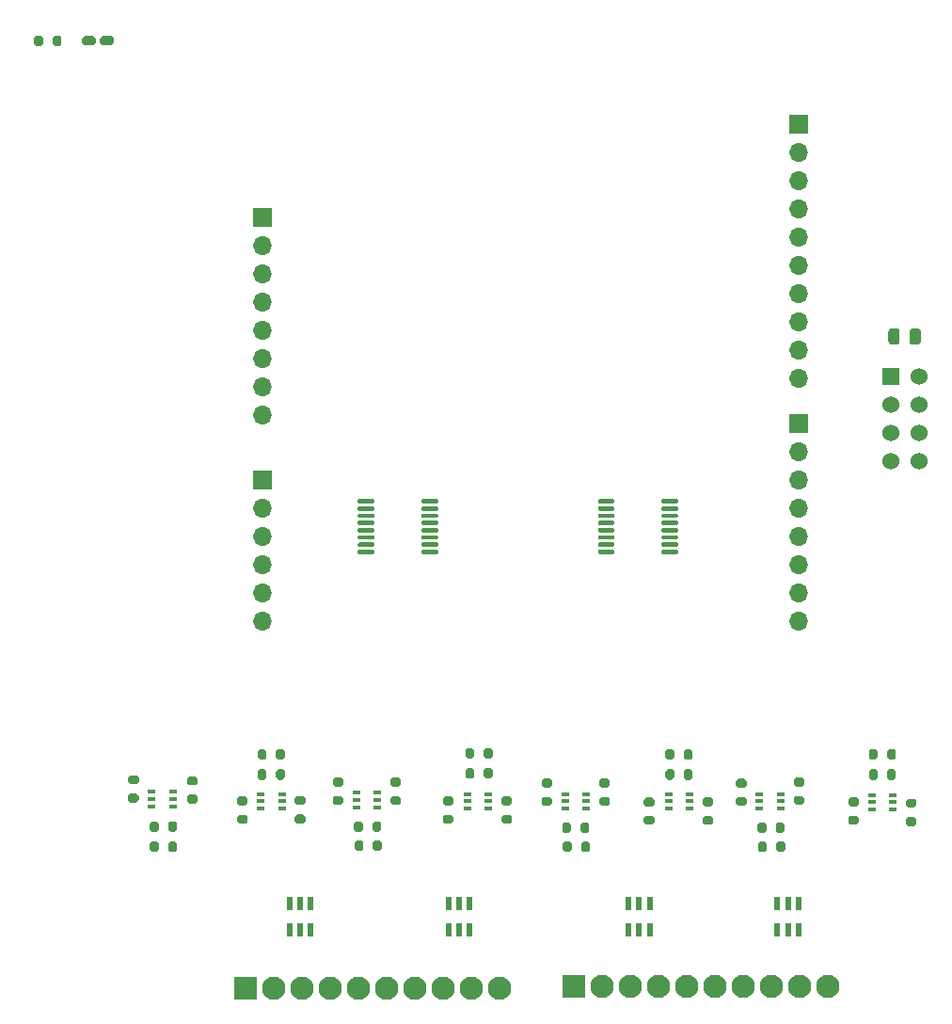
<source format=gts>
G04 #@! TF.GenerationSoftware,KiCad,Pcbnew,5.1.10-88a1d61d58~90~ubuntu20.04.1*
G04 #@! TF.CreationDate,2021-09-14T19:28:04-05:00*
G04 #@! TF.ProjectId,serial_logger_uart_expander,73657269-616c-45f6-9c6f-676765725f75,rev?*
G04 #@! TF.SameCoordinates,Original*
G04 #@! TF.FileFunction,Soldermask,Top*
G04 #@! TF.FilePolarity,Negative*
%FSLAX46Y46*%
G04 Gerber Fmt 4.6, Leading zero omitted, Abs format (unit mm)*
G04 Created by KiCad (PCBNEW 5.1.10-88a1d61d58~90~ubuntu20.04.1) date 2021-09-14 19:28:04*
%MOMM*%
%LPD*%
G01*
G04 APERTURE LIST*
%ADD10R,1.700000X1.700000*%
%ADD11O,1.700000X1.700000*%
%ADD12C,2.100000*%
%ADD13R,2.100000X2.100000*%
%ADD14R,0.600000X1.200000*%
%ADD15R,0.650000X0.400000*%
%ADD16R,1.524000X1.524000*%
%ADD17C,1.524000*%
G04 APERTURE END LIST*
G36*
G01*
X112575000Y-54012500D02*
X112575000Y-53587500D01*
G75*
G02*
X112787500Y-53375000I212500J0D01*
G01*
X113587500Y-53375000D01*
G75*
G02*
X113800000Y-53587500I0J-212500D01*
G01*
X113800000Y-54012500D01*
G75*
G02*
X113587500Y-54225000I-212500J0D01*
G01*
X112787500Y-54225000D01*
G75*
G02*
X112575000Y-54012500I0J212500D01*
G01*
G37*
G36*
G01*
X114200000Y-54012500D02*
X114200000Y-53587500D01*
G75*
G02*
X114412500Y-53375000I212500J0D01*
G01*
X115212500Y-53375000D01*
G75*
G02*
X115425000Y-53587500I0J-212500D01*
G01*
X115425000Y-54012500D01*
G75*
G02*
X115212500Y-54225000I-212500J0D01*
G01*
X114412500Y-54225000D01*
G75*
G02*
X114200000Y-54012500I0J212500D01*
G01*
G37*
D10*
X128800000Y-69700000D03*
D11*
X128800000Y-72240000D03*
X128800000Y-74780000D03*
X128800000Y-77320000D03*
X128800000Y-79860000D03*
X128800000Y-82400000D03*
X128800000Y-84940000D03*
X128800000Y-87480000D03*
D10*
X128800000Y-93280000D03*
D11*
X128800000Y-95820000D03*
X128800000Y-98360000D03*
X128800000Y-100900000D03*
X128800000Y-103440000D03*
X128800000Y-105980000D03*
D10*
X177060000Y-61290000D03*
D11*
X177060000Y-63830000D03*
X177060000Y-66370000D03*
X177060000Y-68910000D03*
X177060000Y-71450000D03*
X177060000Y-73990000D03*
X177060000Y-76530000D03*
X177060000Y-79070000D03*
X177060000Y-81610000D03*
X177060000Y-84150000D03*
X177060000Y-105980000D03*
X177060000Y-103440000D03*
X177060000Y-100900000D03*
X177060000Y-98360000D03*
X177060000Y-95820000D03*
X177060000Y-93280000D03*
X177060000Y-90740000D03*
D10*
X177060000Y-88200000D03*
D12*
X179660000Y-138900000D03*
X177120000Y-138900000D03*
X174580000Y-138900000D03*
X172040000Y-138900000D03*
X169500000Y-138900000D03*
X166960000Y-138900000D03*
X164420000Y-138900000D03*
X161880000Y-138900000D03*
X159340000Y-138900000D03*
D13*
X156800000Y-138900000D03*
X127300000Y-139000000D03*
D12*
X129840000Y-139000000D03*
X132380000Y-139000000D03*
X134920000Y-139000000D03*
X137460000Y-139000000D03*
X140000000Y-139000000D03*
X142540000Y-139000000D03*
X145080000Y-139000000D03*
X147620000Y-139000000D03*
X150160000Y-139000000D03*
G36*
G01*
X165075000Y-118275000D02*
X165075000Y-117725000D01*
G75*
G02*
X165275000Y-117525000I200000J0D01*
G01*
X165675000Y-117525000D01*
G75*
G02*
X165875000Y-117725000I0J-200000D01*
G01*
X165875000Y-118275000D01*
G75*
G02*
X165675000Y-118475000I-200000J0D01*
G01*
X165275000Y-118475000D01*
G75*
G02*
X165075000Y-118275000I0J200000D01*
G01*
G37*
G36*
G01*
X166725000Y-118275000D02*
X166725000Y-117725000D01*
G75*
G02*
X166925000Y-117525000I200000J0D01*
G01*
X167325000Y-117525000D01*
G75*
G02*
X167525000Y-117725000I0J-200000D01*
G01*
X167525000Y-118275000D01*
G75*
G02*
X167325000Y-118475000I-200000J0D01*
G01*
X166925000Y-118475000D01*
G75*
G02*
X166725000Y-118275000I0J200000D01*
G01*
G37*
G36*
G01*
X185025000Y-118275000D02*
X185025000Y-117725000D01*
G75*
G02*
X185225000Y-117525000I200000J0D01*
G01*
X185625000Y-117525000D01*
G75*
G02*
X185825000Y-117725000I0J-200000D01*
G01*
X185825000Y-118275000D01*
G75*
G02*
X185625000Y-118475000I-200000J0D01*
G01*
X185225000Y-118475000D01*
G75*
G02*
X185025000Y-118275000I0J200000D01*
G01*
G37*
G36*
G01*
X183375000Y-118275000D02*
X183375000Y-117725000D01*
G75*
G02*
X183575000Y-117525000I200000J0D01*
G01*
X183975000Y-117525000D01*
G75*
G02*
X184175000Y-117725000I0J-200000D01*
G01*
X184175000Y-118275000D01*
G75*
G02*
X183975000Y-118475000I-200000J0D01*
G01*
X183575000Y-118475000D01*
G75*
G02*
X183375000Y-118275000I0J200000D01*
G01*
G37*
G36*
G01*
X119475000Y-124225000D02*
X119475000Y-124775000D01*
G75*
G02*
X119275000Y-124975000I-200000J0D01*
G01*
X118875000Y-124975000D01*
G75*
G02*
X118675000Y-124775000I0J200000D01*
G01*
X118675000Y-124225000D01*
G75*
G02*
X118875000Y-124025000I200000J0D01*
G01*
X119275000Y-124025000D01*
G75*
G02*
X119475000Y-124225000I0J-200000D01*
G01*
G37*
G36*
G01*
X121125000Y-124225000D02*
X121125000Y-124775000D01*
G75*
G02*
X120925000Y-124975000I-200000J0D01*
G01*
X120525000Y-124975000D01*
G75*
G02*
X120325000Y-124775000I0J200000D01*
G01*
X120325000Y-124225000D01*
G75*
G02*
X120525000Y-124025000I200000J0D01*
G01*
X120925000Y-124025000D01*
G75*
G02*
X121125000Y-124225000I0J-200000D01*
G01*
G37*
G36*
G01*
X148725000Y-118175000D02*
X148725000Y-117625000D01*
G75*
G02*
X148925000Y-117425000I200000J0D01*
G01*
X149325000Y-117425000D01*
G75*
G02*
X149525000Y-117625000I0J-200000D01*
G01*
X149525000Y-118175000D01*
G75*
G02*
X149325000Y-118375000I-200000J0D01*
G01*
X148925000Y-118375000D01*
G75*
G02*
X148725000Y-118175000I0J200000D01*
G01*
G37*
G36*
G01*
X147075000Y-118175000D02*
X147075000Y-117625000D01*
G75*
G02*
X147275000Y-117425000I200000J0D01*
G01*
X147675000Y-117425000D01*
G75*
G02*
X147875000Y-117625000I0J-200000D01*
G01*
X147875000Y-118175000D01*
G75*
G02*
X147675000Y-118375000I-200000J0D01*
G01*
X147275000Y-118375000D01*
G75*
G02*
X147075000Y-118175000I0J200000D01*
G01*
G37*
G36*
G01*
X156650000Y-126025000D02*
X156650000Y-126575000D01*
G75*
G02*
X156450000Y-126775000I-200000J0D01*
G01*
X156050000Y-126775000D01*
G75*
G02*
X155850000Y-126575000I0J200000D01*
G01*
X155850000Y-126025000D01*
G75*
G02*
X156050000Y-125825000I200000J0D01*
G01*
X156450000Y-125825000D01*
G75*
G02*
X156650000Y-126025000I0J-200000D01*
G01*
G37*
G36*
G01*
X158300000Y-126025000D02*
X158300000Y-126575000D01*
G75*
G02*
X158100000Y-126775000I-200000J0D01*
G01*
X157700000Y-126775000D01*
G75*
G02*
X157500000Y-126575000I0J200000D01*
G01*
X157500000Y-126025000D01*
G75*
G02*
X157700000Y-125825000I200000J0D01*
G01*
X158100000Y-125825000D01*
G75*
G02*
X158300000Y-126025000I0J-200000D01*
G01*
G37*
G36*
G01*
X175850000Y-126025000D02*
X175850000Y-126575000D01*
G75*
G02*
X175650000Y-126775000I-200000J0D01*
G01*
X175250000Y-126775000D01*
G75*
G02*
X175050000Y-126575000I0J200000D01*
G01*
X175050000Y-126025000D01*
G75*
G02*
X175250000Y-125825000I200000J0D01*
G01*
X175650000Y-125825000D01*
G75*
G02*
X175850000Y-126025000I0J-200000D01*
G01*
G37*
G36*
G01*
X174200000Y-126025000D02*
X174200000Y-126575000D01*
G75*
G02*
X174000000Y-126775000I-200000J0D01*
G01*
X173600000Y-126775000D01*
G75*
G02*
X173400000Y-126575000I0J200000D01*
G01*
X173400000Y-126025000D01*
G75*
G02*
X173600000Y-125825000I200000J0D01*
G01*
X174000000Y-125825000D01*
G75*
G02*
X174200000Y-126025000I0J-200000D01*
G01*
G37*
G36*
G01*
X130025000Y-120075000D02*
X130025000Y-119525000D01*
G75*
G02*
X130225000Y-119325000I200000J0D01*
G01*
X130625000Y-119325000D01*
G75*
G02*
X130825000Y-119525000I0J-200000D01*
G01*
X130825000Y-120075000D01*
G75*
G02*
X130625000Y-120275000I-200000J0D01*
G01*
X130225000Y-120275000D01*
G75*
G02*
X130025000Y-120075000I0J200000D01*
G01*
G37*
G36*
G01*
X128375000Y-120075000D02*
X128375000Y-119525000D01*
G75*
G02*
X128575000Y-119325000I200000J0D01*
G01*
X128975000Y-119325000D01*
G75*
G02*
X129175000Y-119525000I0J-200000D01*
G01*
X129175000Y-120075000D01*
G75*
G02*
X128975000Y-120275000I-200000J0D01*
G01*
X128575000Y-120275000D01*
G75*
G02*
X128375000Y-120075000I0J200000D01*
G01*
G37*
G36*
G01*
X137900000Y-125925000D02*
X137900000Y-126475000D01*
G75*
G02*
X137700000Y-126675000I-200000J0D01*
G01*
X137300000Y-126675000D01*
G75*
G02*
X137100000Y-126475000I0J200000D01*
G01*
X137100000Y-125925000D01*
G75*
G02*
X137300000Y-125725000I200000J0D01*
G01*
X137700000Y-125725000D01*
G75*
G02*
X137900000Y-125925000I0J-200000D01*
G01*
G37*
G36*
G01*
X139550000Y-125925000D02*
X139550000Y-126475000D01*
G75*
G02*
X139350000Y-126675000I-200000J0D01*
G01*
X138950000Y-126675000D01*
G75*
G02*
X138750000Y-126475000I0J200000D01*
G01*
X138750000Y-125925000D01*
G75*
G02*
X138950000Y-125725000I200000J0D01*
G01*
X139350000Y-125725000D01*
G75*
G02*
X139550000Y-125925000I0J-200000D01*
G01*
G37*
G36*
G01*
X169175000Y-122675000D02*
X168625000Y-122675000D01*
G75*
G02*
X168425000Y-122475000I0J200000D01*
G01*
X168425000Y-122075000D01*
G75*
G02*
X168625000Y-121875000I200000J0D01*
G01*
X169175000Y-121875000D01*
G75*
G02*
X169375000Y-122075000I0J-200000D01*
G01*
X169375000Y-122475000D01*
G75*
G02*
X169175000Y-122675000I-200000J0D01*
G01*
G37*
G36*
G01*
X169175000Y-124325000D02*
X168625000Y-124325000D01*
G75*
G02*
X168425000Y-124125000I0J200000D01*
G01*
X168425000Y-123725000D01*
G75*
G02*
X168625000Y-123525000I200000J0D01*
G01*
X169175000Y-123525000D01*
G75*
G02*
X169375000Y-123725000I0J-200000D01*
G01*
X169375000Y-124125000D01*
G75*
G02*
X169175000Y-124325000I-200000J0D01*
G01*
G37*
G36*
G01*
X187475000Y-124425000D02*
X186925000Y-124425000D01*
G75*
G02*
X186725000Y-124225000I0J200000D01*
G01*
X186725000Y-123825000D01*
G75*
G02*
X186925000Y-123625000I200000J0D01*
G01*
X187475000Y-123625000D01*
G75*
G02*
X187675000Y-123825000I0J-200000D01*
G01*
X187675000Y-124225000D01*
G75*
G02*
X187475000Y-124425000I-200000J0D01*
G01*
G37*
G36*
G01*
X187475000Y-122775000D02*
X186925000Y-122775000D01*
G75*
G02*
X186725000Y-122575000I0J200000D01*
G01*
X186725000Y-122175000D01*
G75*
G02*
X186925000Y-121975000I200000J0D01*
G01*
X187475000Y-121975000D01*
G75*
G02*
X187675000Y-122175000I0J-200000D01*
G01*
X187675000Y-122575000D01*
G75*
G02*
X187475000Y-122775000I-200000J0D01*
G01*
G37*
G36*
G01*
X116925000Y-119875000D02*
X117475000Y-119875000D01*
G75*
G02*
X117675000Y-120075000I0J-200000D01*
G01*
X117675000Y-120475000D01*
G75*
G02*
X117475000Y-120675000I-200000J0D01*
G01*
X116925000Y-120675000D01*
G75*
G02*
X116725000Y-120475000I0J200000D01*
G01*
X116725000Y-120075000D01*
G75*
G02*
X116925000Y-119875000I200000J0D01*
G01*
G37*
G36*
G01*
X116925000Y-121525000D02*
X117475000Y-121525000D01*
G75*
G02*
X117675000Y-121725000I0J-200000D01*
G01*
X117675000Y-122125000D01*
G75*
G02*
X117475000Y-122325000I-200000J0D01*
G01*
X116925000Y-122325000D01*
G75*
G02*
X116725000Y-122125000I0J200000D01*
G01*
X116725000Y-121725000D01*
G75*
G02*
X116925000Y-121525000I200000J0D01*
G01*
G37*
G36*
G01*
X151075000Y-124225000D02*
X150525000Y-124225000D01*
G75*
G02*
X150325000Y-124025000I0J200000D01*
G01*
X150325000Y-123625000D01*
G75*
G02*
X150525000Y-123425000I200000J0D01*
G01*
X151075000Y-123425000D01*
G75*
G02*
X151275000Y-123625000I0J-200000D01*
G01*
X151275000Y-124025000D01*
G75*
G02*
X151075000Y-124225000I-200000J0D01*
G01*
G37*
G36*
G01*
X151075000Y-122575000D02*
X150525000Y-122575000D01*
G75*
G02*
X150325000Y-122375000I0J200000D01*
G01*
X150325000Y-121975000D01*
G75*
G02*
X150525000Y-121775000I200000J0D01*
G01*
X151075000Y-121775000D01*
G75*
G02*
X151275000Y-121975000I0J-200000D01*
G01*
X151275000Y-122375000D01*
G75*
G02*
X151075000Y-122575000I-200000J0D01*
G01*
G37*
G36*
G01*
X154125000Y-120175000D02*
X154675000Y-120175000D01*
G75*
G02*
X154875000Y-120375000I0J-200000D01*
G01*
X154875000Y-120775000D01*
G75*
G02*
X154675000Y-120975000I-200000J0D01*
G01*
X154125000Y-120975000D01*
G75*
G02*
X153925000Y-120775000I0J200000D01*
G01*
X153925000Y-120375000D01*
G75*
G02*
X154125000Y-120175000I200000J0D01*
G01*
G37*
G36*
G01*
X154125000Y-121825000D02*
X154675000Y-121825000D01*
G75*
G02*
X154875000Y-122025000I0J-200000D01*
G01*
X154875000Y-122425000D01*
G75*
G02*
X154675000Y-122625000I-200000J0D01*
G01*
X154125000Y-122625000D01*
G75*
G02*
X153925000Y-122425000I0J200000D01*
G01*
X153925000Y-122025000D01*
G75*
G02*
X154125000Y-121825000I200000J0D01*
G01*
G37*
G36*
G01*
X171625000Y-120175000D02*
X172175000Y-120175000D01*
G75*
G02*
X172375000Y-120375000I0J-200000D01*
G01*
X172375000Y-120775000D01*
G75*
G02*
X172175000Y-120975000I-200000J0D01*
G01*
X171625000Y-120975000D01*
G75*
G02*
X171425000Y-120775000I0J200000D01*
G01*
X171425000Y-120375000D01*
G75*
G02*
X171625000Y-120175000I200000J0D01*
G01*
G37*
G36*
G01*
X171625000Y-121825000D02*
X172175000Y-121825000D01*
G75*
G02*
X172375000Y-122025000I0J-200000D01*
G01*
X172375000Y-122425000D01*
G75*
G02*
X172175000Y-122625000I-200000J0D01*
G01*
X171625000Y-122625000D01*
G75*
G02*
X171425000Y-122425000I0J200000D01*
G01*
X171425000Y-122025000D01*
G75*
G02*
X171625000Y-121825000I200000J0D01*
G01*
G37*
G36*
G01*
X132475000Y-124200000D02*
X131925000Y-124200000D01*
G75*
G02*
X131725000Y-124000000I0J200000D01*
G01*
X131725000Y-123600000D01*
G75*
G02*
X131925000Y-123400000I200000J0D01*
G01*
X132475000Y-123400000D01*
G75*
G02*
X132675000Y-123600000I0J-200000D01*
G01*
X132675000Y-124000000D01*
G75*
G02*
X132475000Y-124200000I-200000J0D01*
G01*
G37*
G36*
G01*
X132475000Y-122550000D02*
X131925000Y-122550000D01*
G75*
G02*
X131725000Y-122350000I0J200000D01*
G01*
X131725000Y-121950000D01*
G75*
G02*
X131925000Y-121750000I200000J0D01*
G01*
X132475000Y-121750000D01*
G75*
G02*
X132675000Y-121950000I0J-200000D01*
G01*
X132675000Y-122350000D01*
G75*
G02*
X132475000Y-122550000I-200000J0D01*
G01*
G37*
G36*
G01*
X135325000Y-120100000D02*
X135875000Y-120100000D01*
G75*
G02*
X136075000Y-120300000I0J-200000D01*
G01*
X136075000Y-120700000D01*
G75*
G02*
X135875000Y-120900000I-200000J0D01*
G01*
X135325000Y-120900000D01*
G75*
G02*
X135125000Y-120700000I0J200000D01*
G01*
X135125000Y-120300000D01*
G75*
G02*
X135325000Y-120100000I200000J0D01*
G01*
G37*
G36*
G01*
X135325000Y-121750000D02*
X135875000Y-121750000D01*
G75*
G02*
X136075000Y-121950000I0J-200000D01*
G01*
X136075000Y-122350000D01*
G75*
G02*
X135875000Y-122550000I-200000J0D01*
G01*
X135325000Y-122550000D01*
G75*
G02*
X135125000Y-122350000I0J200000D01*
G01*
X135125000Y-121950000D01*
G75*
G02*
X135325000Y-121750000I200000J0D01*
G01*
G37*
G36*
G01*
X163325000Y-121875000D02*
X163875000Y-121875000D01*
G75*
G02*
X164075000Y-122075000I0J-200000D01*
G01*
X164075000Y-122475000D01*
G75*
G02*
X163875000Y-122675000I-200000J0D01*
G01*
X163325000Y-122675000D01*
G75*
G02*
X163125000Y-122475000I0J200000D01*
G01*
X163125000Y-122075000D01*
G75*
G02*
X163325000Y-121875000I200000J0D01*
G01*
G37*
G36*
G01*
X163325000Y-123525000D02*
X163875000Y-123525000D01*
G75*
G02*
X164075000Y-123725000I0J-200000D01*
G01*
X164075000Y-124125000D01*
G75*
G02*
X163875000Y-124325000I-200000J0D01*
G01*
X163325000Y-124325000D01*
G75*
G02*
X163125000Y-124125000I0J200000D01*
G01*
X163125000Y-123725000D01*
G75*
G02*
X163325000Y-123525000I200000J0D01*
G01*
G37*
G36*
G01*
X181725000Y-123525000D02*
X182275000Y-123525000D01*
G75*
G02*
X182475000Y-123725000I0J-200000D01*
G01*
X182475000Y-124125000D01*
G75*
G02*
X182275000Y-124325000I-200000J0D01*
G01*
X181725000Y-124325000D01*
G75*
G02*
X181525000Y-124125000I0J200000D01*
G01*
X181525000Y-123725000D01*
G75*
G02*
X181725000Y-123525000I200000J0D01*
G01*
G37*
G36*
G01*
X181725000Y-121875000D02*
X182275000Y-121875000D01*
G75*
G02*
X182475000Y-122075000I0J-200000D01*
G01*
X182475000Y-122475000D01*
G75*
G02*
X182275000Y-122675000I-200000J0D01*
G01*
X181725000Y-122675000D01*
G75*
G02*
X181525000Y-122475000I0J200000D01*
G01*
X181525000Y-122075000D01*
G75*
G02*
X181725000Y-121875000I200000J0D01*
G01*
G37*
G36*
G01*
X122775000Y-120775000D02*
X122225000Y-120775000D01*
G75*
G02*
X122025000Y-120575000I0J200000D01*
G01*
X122025000Y-120175000D01*
G75*
G02*
X122225000Y-119975000I200000J0D01*
G01*
X122775000Y-119975000D01*
G75*
G02*
X122975000Y-120175000I0J-200000D01*
G01*
X122975000Y-120575000D01*
G75*
G02*
X122775000Y-120775000I-200000J0D01*
G01*
G37*
G36*
G01*
X122775000Y-122425000D02*
X122225000Y-122425000D01*
G75*
G02*
X122025000Y-122225000I0J200000D01*
G01*
X122025000Y-121825000D01*
G75*
G02*
X122225000Y-121625000I200000J0D01*
G01*
X122775000Y-121625000D01*
G75*
G02*
X122975000Y-121825000I0J-200000D01*
G01*
X122975000Y-122225000D01*
G75*
G02*
X122775000Y-122425000I-200000J0D01*
G01*
G37*
G36*
G01*
X145225000Y-123425000D02*
X145775000Y-123425000D01*
G75*
G02*
X145975000Y-123625000I0J-200000D01*
G01*
X145975000Y-124025000D01*
G75*
G02*
X145775000Y-124225000I-200000J0D01*
G01*
X145225000Y-124225000D01*
G75*
G02*
X145025000Y-124025000I0J200000D01*
G01*
X145025000Y-123625000D01*
G75*
G02*
X145225000Y-123425000I200000J0D01*
G01*
G37*
G36*
G01*
X145225000Y-121775000D02*
X145775000Y-121775000D01*
G75*
G02*
X145975000Y-121975000I0J-200000D01*
G01*
X145975000Y-122375000D01*
G75*
G02*
X145775000Y-122575000I-200000J0D01*
G01*
X145225000Y-122575000D01*
G75*
G02*
X145025000Y-122375000I0J200000D01*
G01*
X145025000Y-121975000D01*
G75*
G02*
X145225000Y-121775000I200000J0D01*
G01*
G37*
G36*
G01*
X159875000Y-120975000D02*
X159325000Y-120975000D01*
G75*
G02*
X159125000Y-120775000I0J200000D01*
G01*
X159125000Y-120375000D01*
G75*
G02*
X159325000Y-120175000I200000J0D01*
G01*
X159875000Y-120175000D01*
G75*
G02*
X160075000Y-120375000I0J-200000D01*
G01*
X160075000Y-120775000D01*
G75*
G02*
X159875000Y-120975000I-200000J0D01*
G01*
G37*
G36*
G01*
X159875000Y-122625000D02*
X159325000Y-122625000D01*
G75*
G02*
X159125000Y-122425000I0J200000D01*
G01*
X159125000Y-122025000D01*
G75*
G02*
X159325000Y-121825000I200000J0D01*
G01*
X159875000Y-121825000D01*
G75*
G02*
X160075000Y-122025000I0J-200000D01*
G01*
X160075000Y-122425000D01*
G75*
G02*
X159875000Y-122625000I-200000J0D01*
G01*
G37*
G36*
G01*
X177375000Y-120875000D02*
X176825000Y-120875000D01*
G75*
G02*
X176625000Y-120675000I0J200000D01*
G01*
X176625000Y-120275000D01*
G75*
G02*
X176825000Y-120075000I200000J0D01*
G01*
X177375000Y-120075000D01*
G75*
G02*
X177575000Y-120275000I0J-200000D01*
G01*
X177575000Y-120675000D01*
G75*
G02*
X177375000Y-120875000I-200000J0D01*
G01*
G37*
G36*
G01*
X177375000Y-122525000D02*
X176825000Y-122525000D01*
G75*
G02*
X176625000Y-122325000I0J200000D01*
G01*
X176625000Y-121925000D01*
G75*
G02*
X176825000Y-121725000I200000J0D01*
G01*
X177375000Y-121725000D01*
G75*
G02*
X177575000Y-121925000I0J-200000D01*
G01*
X177575000Y-122325000D01*
G75*
G02*
X177375000Y-122525000I-200000J0D01*
G01*
G37*
G36*
G01*
X126725000Y-123425000D02*
X127275000Y-123425000D01*
G75*
G02*
X127475000Y-123625000I0J-200000D01*
G01*
X127475000Y-124025000D01*
G75*
G02*
X127275000Y-124225000I-200000J0D01*
G01*
X126725000Y-124225000D01*
G75*
G02*
X126525000Y-124025000I0J200000D01*
G01*
X126525000Y-123625000D01*
G75*
G02*
X126725000Y-123425000I200000J0D01*
G01*
G37*
G36*
G01*
X126725000Y-121775000D02*
X127275000Y-121775000D01*
G75*
G02*
X127475000Y-121975000I0J-200000D01*
G01*
X127475000Y-122375000D01*
G75*
G02*
X127275000Y-122575000I-200000J0D01*
G01*
X126725000Y-122575000D01*
G75*
G02*
X126525000Y-122375000I0J200000D01*
G01*
X126525000Y-121975000D01*
G75*
G02*
X126725000Y-121775000I200000J0D01*
G01*
G37*
G36*
G01*
X141075000Y-120900000D02*
X140525000Y-120900000D01*
G75*
G02*
X140325000Y-120700000I0J200000D01*
G01*
X140325000Y-120300000D01*
G75*
G02*
X140525000Y-120100000I200000J0D01*
G01*
X141075000Y-120100000D01*
G75*
G02*
X141275000Y-120300000I0J-200000D01*
G01*
X141275000Y-120700000D01*
G75*
G02*
X141075000Y-120900000I-200000J0D01*
G01*
G37*
G36*
G01*
X141075000Y-122550000D02*
X140525000Y-122550000D01*
G75*
G02*
X140325000Y-122350000I0J200000D01*
G01*
X140325000Y-121950000D01*
G75*
G02*
X140525000Y-121750000I200000J0D01*
G01*
X141075000Y-121750000D01*
G75*
G02*
X141275000Y-121950000I0J-200000D01*
G01*
X141275000Y-122350000D01*
G75*
G02*
X141075000Y-122550000I-200000J0D01*
G01*
G37*
G36*
G01*
X166725000Y-120075000D02*
X166725000Y-119525000D01*
G75*
G02*
X166925000Y-119325000I200000J0D01*
G01*
X167325000Y-119325000D01*
G75*
G02*
X167525000Y-119525000I0J-200000D01*
G01*
X167525000Y-120075000D01*
G75*
G02*
X167325000Y-120275000I-200000J0D01*
G01*
X166925000Y-120275000D01*
G75*
G02*
X166725000Y-120075000I0J200000D01*
G01*
G37*
G36*
G01*
X165075000Y-120075000D02*
X165075000Y-119525000D01*
G75*
G02*
X165275000Y-119325000I200000J0D01*
G01*
X165675000Y-119325000D01*
G75*
G02*
X165875000Y-119525000I0J-200000D01*
G01*
X165875000Y-120075000D01*
G75*
G02*
X165675000Y-120275000I-200000J0D01*
G01*
X165275000Y-120275000D01*
G75*
G02*
X165075000Y-120075000I0J200000D01*
G01*
G37*
G36*
G01*
X183375000Y-120075000D02*
X183375000Y-119525000D01*
G75*
G02*
X183575000Y-119325000I200000J0D01*
G01*
X183975000Y-119325000D01*
G75*
G02*
X184175000Y-119525000I0J-200000D01*
G01*
X184175000Y-120075000D01*
G75*
G02*
X183975000Y-120275000I-200000J0D01*
G01*
X183575000Y-120275000D01*
G75*
G02*
X183375000Y-120075000I0J200000D01*
G01*
G37*
G36*
G01*
X185025000Y-120075000D02*
X185025000Y-119525000D01*
G75*
G02*
X185225000Y-119325000I200000J0D01*
G01*
X185625000Y-119325000D01*
G75*
G02*
X185825000Y-119525000I0J-200000D01*
G01*
X185825000Y-120075000D01*
G75*
G02*
X185625000Y-120275000I-200000J0D01*
G01*
X185225000Y-120275000D01*
G75*
G02*
X185025000Y-120075000I0J200000D01*
G01*
G37*
G36*
G01*
X121125000Y-126025000D02*
X121125000Y-126575000D01*
G75*
G02*
X120925000Y-126775000I-200000J0D01*
G01*
X120525000Y-126775000D01*
G75*
G02*
X120325000Y-126575000I0J200000D01*
G01*
X120325000Y-126025000D01*
G75*
G02*
X120525000Y-125825000I200000J0D01*
G01*
X120925000Y-125825000D01*
G75*
G02*
X121125000Y-126025000I0J-200000D01*
G01*
G37*
G36*
G01*
X119475000Y-126025000D02*
X119475000Y-126575000D01*
G75*
G02*
X119275000Y-126775000I-200000J0D01*
G01*
X118875000Y-126775000D01*
G75*
G02*
X118675000Y-126575000I0J200000D01*
G01*
X118675000Y-126025000D01*
G75*
G02*
X118875000Y-125825000I200000J0D01*
G01*
X119275000Y-125825000D01*
G75*
G02*
X119475000Y-126025000I0J-200000D01*
G01*
G37*
G36*
G01*
X147075000Y-119975000D02*
X147075000Y-119425000D01*
G75*
G02*
X147275000Y-119225000I200000J0D01*
G01*
X147675000Y-119225000D01*
G75*
G02*
X147875000Y-119425000I0J-200000D01*
G01*
X147875000Y-119975000D01*
G75*
G02*
X147675000Y-120175000I-200000J0D01*
G01*
X147275000Y-120175000D01*
G75*
G02*
X147075000Y-119975000I0J200000D01*
G01*
G37*
G36*
G01*
X148725000Y-119975000D02*
X148725000Y-119425000D01*
G75*
G02*
X148925000Y-119225000I200000J0D01*
G01*
X149325000Y-119225000D01*
G75*
G02*
X149525000Y-119425000I0J-200000D01*
G01*
X149525000Y-119975000D01*
G75*
G02*
X149325000Y-120175000I-200000J0D01*
G01*
X148925000Y-120175000D01*
G75*
G02*
X148725000Y-119975000I0J200000D01*
G01*
G37*
G36*
G01*
X156575000Y-124325000D02*
X156575000Y-124875000D01*
G75*
G02*
X156375000Y-125075000I-200000J0D01*
G01*
X155975000Y-125075000D01*
G75*
G02*
X155775000Y-124875000I0J200000D01*
G01*
X155775000Y-124325000D01*
G75*
G02*
X155975000Y-124125000I200000J0D01*
G01*
X156375000Y-124125000D01*
G75*
G02*
X156575000Y-124325000I0J-200000D01*
G01*
G37*
G36*
G01*
X158225000Y-124325000D02*
X158225000Y-124875000D01*
G75*
G02*
X158025000Y-125075000I-200000J0D01*
G01*
X157625000Y-125075000D01*
G75*
G02*
X157425000Y-124875000I0J200000D01*
G01*
X157425000Y-124325000D01*
G75*
G02*
X157625000Y-124125000I200000J0D01*
G01*
X158025000Y-124125000D01*
G75*
G02*
X158225000Y-124325000I0J-200000D01*
G01*
G37*
G36*
G01*
X175800000Y-124325000D02*
X175800000Y-124875000D01*
G75*
G02*
X175600000Y-125075000I-200000J0D01*
G01*
X175200000Y-125075000D01*
G75*
G02*
X175000000Y-124875000I0J200000D01*
G01*
X175000000Y-124325000D01*
G75*
G02*
X175200000Y-124125000I200000J0D01*
G01*
X175600000Y-124125000D01*
G75*
G02*
X175800000Y-124325000I0J-200000D01*
G01*
G37*
G36*
G01*
X174150000Y-124325000D02*
X174150000Y-124875000D01*
G75*
G02*
X173950000Y-125075000I-200000J0D01*
G01*
X173550000Y-125075000D01*
G75*
G02*
X173350000Y-124875000I0J200000D01*
G01*
X173350000Y-124325000D01*
G75*
G02*
X173550000Y-124125000I200000J0D01*
G01*
X173950000Y-124125000D01*
G75*
G02*
X174150000Y-124325000I0J-200000D01*
G01*
G37*
G36*
G01*
X128375000Y-118275000D02*
X128375000Y-117725000D01*
G75*
G02*
X128575000Y-117525000I200000J0D01*
G01*
X128975000Y-117525000D01*
G75*
G02*
X129175000Y-117725000I0J-200000D01*
G01*
X129175000Y-118275000D01*
G75*
G02*
X128975000Y-118475000I-200000J0D01*
G01*
X128575000Y-118475000D01*
G75*
G02*
X128375000Y-118275000I0J200000D01*
G01*
G37*
G36*
G01*
X130025000Y-118275000D02*
X130025000Y-117725000D01*
G75*
G02*
X130225000Y-117525000I200000J0D01*
G01*
X130625000Y-117525000D01*
G75*
G02*
X130825000Y-117725000I0J-200000D01*
G01*
X130825000Y-118275000D01*
G75*
G02*
X130625000Y-118475000I-200000J0D01*
G01*
X130225000Y-118475000D01*
G75*
G02*
X130025000Y-118275000I0J200000D01*
G01*
G37*
G36*
G01*
X139500000Y-124225000D02*
X139500000Y-124775000D01*
G75*
G02*
X139300000Y-124975000I-200000J0D01*
G01*
X138900000Y-124975000D01*
G75*
G02*
X138700000Y-124775000I0J200000D01*
G01*
X138700000Y-124225000D01*
G75*
G02*
X138900000Y-124025000I200000J0D01*
G01*
X139300000Y-124025000D01*
G75*
G02*
X139500000Y-124225000I0J-200000D01*
G01*
G37*
G36*
G01*
X137850000Y-124225000D02*
X137850000Y-124775000D01*
G75*
G02*
X137650000Y-124975000I-200000J0D01*
G01*
X137250000Y-124975000D01*
G75*
G02*
X137050000Y-124775000I0J200000D01*
G01*
X137050000Y-124225000D01*
G75*
G02*
X137250000Y-124025000I200000J0D01*
G01*
X137650000Y-124025000D01*
G75*
G02*
X137850000Y-124225000I0J-200000D01*
G01*
G37*
G36*
G01*
X108275000Y-54075000D02*
X108275000Y-53525000D01*
G75*
G02*
X108475000Y-53325000I200000J0D01*
G01*
X108875000Y-53325000D01*
G75*
G02*
X109075000Y-53525000I0J-200000D01*
G01*
X109075000Y-54075000D01*
G75*
G02*
X108875000Y-54275000I-200000J0D01*
G01*
X108475000Y-54275000D01*
G75*
G02*
X108275000Y-54075000I0J200000D01*
G01*
G37*
G36*
G01*
X109925000Y-54075000D02*
X109925000Y-53525000D01*
G75*
G02*
X110125000Y-53325000I200000J0D01*
G01*
X110525000Y-53325000D01*
G75*
G02*
X110725000Y-53525000I0J-200000D01*
G01*
X110725000Y-54075000D01*
G75*
G02*
X110525000Y-54275000I-200000J0D01*
G01*
X110125000Y-54275000D01*
G75*
G02*
X109925000Y-54075000I0J200000D01*
G01*
G37*
G36*
G01*
X138875000Y-99675000D02*
X138875000Y-99875000D01*
G75*
G02*
X138775000Y-99975000I-100000J0D01*
G01*
X137500000Y-99975000D01*
G75*
G02*
X137400000Y-99875000I0J100000D01*
G01*
X137400000Y-99675000D01*
G75*
G02*
X137500000Y-99575000I100000J0D01*
G01*
X138775000Y-99575000D01*
G75*
G02*
X138875000Y-99675000I0J-100000D01*
G01*
G37*
G36*
G01*
X138875000Y-99025000D02*
X138875000Y-99225000D01*
G75*
G02*
X138775000Y-99325000I-100000J0D01*
G01*
X137500000Y-99325000D01*
G75*
G02*
X137400000Y-99225000I0J100000D01*
G01*
X137400000Y-99025000D01*
G75*
G02*
X137500000Y-98925000I100000J0D01*
G01*
X138775000Y-98925000D01*
G75*
G02*
X138875000Y-99025000I0J-100000D01*
G01*
G37*
G36*
G01*
X138875000Y-98375000D02*
X138875000Y-98575000D01*
G75*
G02*
X138775000Y-98675000I-100000J0D01*
G01*
X137500000Y-98675000D01*
G75*
G02*
X137400000Y-98575000I0J100000D01*
G01*
X137400000Y-98375000D01*
G75*
G02*
X137500000Y-98275000I100000J0D01*
G01*
X138775000Y-98275000D01*
G75*
G02*
X138875000Y-98375000I0J-100000D01*
G01*
G37*
G36*
G01*
X138875000Y-97725000D02*
X138875000Y-97925000D01*
G75*
G02*
X138775000Y-98025000I-100000J0D01*
G01*
X137500000Y-98025000D01*
G75*
G02*
X137400000Y-97925000I0J100000D01*
G01*
X137400000Y-97725000D01*
G75*
G02*
X137500000Y-97625000I100000J0D01*
G01*
X138775000Y-97625000D01*
G75*
G02*
X138875000Y-97725000I0J-100000D01*
G01*
G37*
G36*
G01*
X138875000Y-97075000D02*
X138875000Y-97275000D01*
G75*
G02*
X138775000Y-97375000I-100000J0D01*
G01*
X137500000Y-97375000D01*
G75*
G02*
X137400000Y-97275000I0J100000D01*
G01*
X137400000Y-97075000D01*
G75*
G02*
X137500000Y-96975000I100000J0D01*
G01*
X138775000Y-96975000D01*
G75*
G02*
X138875000Y-97075000I0J-100000D01*
G01*
G37*
G36*
G01*
X138875000Y-96425000D02*
X138875000Y-96625000D01*
G75*
G02*
X138775000Y-96725000I-100000J0D01*
G01*
X137500000Y-96725000D01*
G75*
G02*
X137400000Y-96625000I0J100000D01*
G01*
X137400000Y-96425000D01*
G75*
G02*
X137500000Y-96325000I100000J0D01*
G01*
X138775000Y-96325000D01*
G75*
G02*
X138875000Y-96425000I0J-100000D01*
G01*
G37*
G36*
G01*
X138875000Y-95775000D02*
X138875000Y-95975000D01*
G75*
G02*
X138775000Y-96075000I-100000J0D01*
G01*
X137500000Y-96075000D01*
G75*
G02*
X137400000Y-95975000I0J100000D01*
G01*
X137400000Y-95775000D01*
G75*
G02*
X137500000Y-95675000I100000J0D01*
G01*
X138775000Y-95675000D01*
G75*
G02*
X138875000Y-95775000I0J-100000D01*
G01*
G37*
G36*
G01*
X138875000Y-95125000D02*
X138875000Y-95325000D01*
G75*
G02*
X138775000Y-95425000I-100000J0D01*
G01*
X137500000Y-95425000D01*
G75*
G02*
X137400000Y-95325000I0J100000D01*
G01*
X137400000Y-95125000D01*
G75*
G02*
X137500000Y-95025000I100000J0D01*
G01*
X138775000Y-95025000D01*
G75*
G02*
X138875000Y-95125000I0J-100000D01*
G01*
G37*
G36*
G01*
X144600000Y-95125000D02*
X144600000Y-95325000D01*
G75*
G02*
X144500000Y-95425000I-100000J0D01*
G01*
X143225000Y-95425000D01*
G75*
G02*
X143125000Y-95325000I0J100000D01*
G01*
X143125000Y-95125000D01*
G75*
G02*
X143225000Y-95025000I100000J0D01*
G01*
X144500000Y-95025000D01*
G75*
G02*
X144600000Y-95125000I0J-100000D01*
G01*
G37*
G36*
G01*
X144600000Y-95775000D02*
X144600000Y-95975000D01*
G75*
G02*
X144500000Y-96075000I-100000J0D01*
G01*
X143225000Y-96075000D01*
G75*
G02*
X143125000Y-95975000I0J100000D01*
G01*
X143125000Y-95775000D01*
G75*
G02*
X143225000Y-95675000I100000J0D01*
G01*
X144500000Y-95675000D01*
G75*
G02*
X144600000Y-95775000I0J-100000D01*
G01*
G37*
G36*
G01*
X144600000Y-96425000D02*
X144600000Y-96625000D01*
G75*
G02*
X144500000Y-96725000I-100000J0D01*
G01*
X143225000Y-96725000D01*
G75*
G02*
X143125000Y-96625000I0J100000D01*
G01*
X143125000Y-96425000D01*
G75*
G02*
X143225000Y-96325000I100000J0D01*
G01*
X144500000Y-96325000D01*
G75*
G02*
X144600000Y-96425000I0J-100000D01*
G01*
G37*
G36*
G01*
X144600000Y-97075000D02*
X144600000Y-97275000D01*
G75*
G02*
X144500000Y-97375000I-100000J0D01*
G01*
X143225000Y-97375000D01*
G75*
G02*
X143125000Y-97275000I0J100000D01*
G01*
X143125000Y-97075000D01*
G75*
G02*
X143225000Y-96975000I100000J0D01*
G01*
X144500000Y-96975000D01*
G75*
G02*
X144600000Y-97075000I0J-100000D01*
G01*
G37*
G36*
G01*
X144600000Y-97725000D02*
X144600000Y-97925000D01*
G75*
G02*
X144500000Y-98025000I-100000J0D01*
G01*
X143225000Y-98025000D01*
G75*
G02*
X143125000Y-97925000I0J100000D01*
G01*
X143125000Y-97725000D01*
G75*
G02*
X143225000Y-97625000I100000J0D01*
G01*
X144500000Y-97625000D01*
G75*
G02*
X144600000Y-97725000I0J-100000D01*
G01*
G37*
G36*
G01*
X144600000Y-98375000D02*
X144600000Y-98575000D01*
G75*
G02*
X144500000Y-98675000I-100000J0D01*
G01*
X143225000Y-98675000D01*
G75*
G02*
X143125000Y-98575000I0J100000D01*
G01*
X143125000Y-98375000D01*
G75*
G02*
X143225000Y-98275000I100000J0D01*
G01*
X144500000Y-98275000D01*
G75*
G02*
X144600000Y-98375000I0J-100000D01*
G01*
G37*
G36*
G01*
X144600000Y-99025000D02*
X144600000Y-99225000D01*
G75*
G02*
X144500000Y-99325000I-100000J0D01*
G01*
X143225000Y-99325000D01*
G75*
G02*
X143125000Y-99225000I0J100000D01*
G01*
X143125000Y-99025000D01*
G75*
G02*
X143225000Y-98925000I100000J0D01*
G01*
X144500000Y-98925000D01*
G75*
G02*
X144600000Y-99025000I0J-100000D01*
G01*
G37*
G36*
G01*
X144600000Y-99675000D02*
X144600000Y-99875000D01*
G75*
G02*
X144500000Y-99975000I-100000J0D01*
G01*
X143225000Y-99975000D01*
G75*
G02*
X143125000Y-99875000I0J100000D01*
G01*
X143125000Y-99675000D01*
G75*
G02*
X143225000Y-99575000I100000J0D01*
G01*
X144500000Y-99575000D01*
G75*
G02*
X144600000Y-99675000I0J-100000D01*
G01*
G37*
G36*
G01*
X159000000Y-95325000D02*
X159000000Y-95125000D01*
G75*
G02*
X159100000Y-95025000I100000J0D01*
G01*
X160375000Y-95025000D01*
G75*
G02*
X160475000Y-95125000I0J-100000D01*
G01*
X160475000Y-95325000D01*
G75*
G02*
X160375000Y-95425000I-100000J0D01*
G01*
X159100000Y-95425000D01*
G75*
G02*
X159000000Y-95325000I0J100000D01*
G01*
G37*
G36*
G01*
X159000000Y-95975000D02*
X159000000Y-95775000D01*
G75*
G02*
X159100000Y-95675000I100000J0D01*
G01*
X160375000Y-95675000D01*
G75*
G02*
X160475000Y-95775000I0J-100000D01*
G01*
X160475000Y-95975000D01*
G75*
G02*
X160375000Y-96075000I-100000J0D01*
G01*
X159100000Y-96075000D01*
G75*
G02*
X159000000Y-95975000I0J100000D01*
G01*
G37*
G36*
G01*
X159000000Y-96625000D02*
X159000000Y-96425000D01*
G75*
G02*
X159100000Y-96325000I100000J0D01*
G01*
X160375000Y-96325000D01*
G75*
G02*
X160475000Y-96425000I0J-100000D01*
G01*
X160475000Y-96625000D01*
G75*
G02*
X160375000Y-96725000I-100000J0D01*
G01*
X159100000Y-96725000D01*
G75*
G02*
X159000000Y-96625000I0J100000D01*
G01*
G37*
G36*
G01*
X159000000Y-97275000D02*
X159000000Y-97075000D01*
G75*
G02*
X159100000Y-96975000I100000J0D01*
G01*
X160375000Y-96975000D01*
G75*
G02*
X160475000Y-97075000I0J-100000D01*
G01*
X160475000Y-97275000D01*
G75*
G02*
X160375000Y-97375000I-100000J0D01*
G01*
X159100000Y-97375000D01*
G75*
G02*
X159000000Y-97275000I0J100000D01*
G01*
G37*
G36*
G01*
X159000000Y-97925000D02*
X159000000Y-97725000D01*
G75*
G02*
X159100000Y-97625000I100000J0D01*
G01*
X160375000Y-97625000D01*
G75*
G02*
X160475000Y-97725000I0J-100000D01*
G01*
X160475000Y-97925000D01*
G75*
G02*
X160375000Y-98025000I-100000J0D01*
G01*
X159100000Y-98025000D01*
G75*
G02*
X159000000Y-97925000I0J100000D01*
G01*
G37*
G36*
G01*
X159000000Y-98575000D02*
X159000000Y-98375000D01*
G75*
G02*
X159100000Y-98275000I100000J0D01*
G01*
X160375000Y-98275000D01*
G75*
G02*
X160475000Y-98375000I0J-100000D01*
G01*
X160475000Y-98575000D01*
G75*
G02*
X160375000Y-98675000I-100000J0D01*
G01*
X159100000Y-98675000D01*
G75*
G02*
X159000000Y-98575000I0J100000D01*
G01*
G37*
G36*
G01*
X159000000Y-99225000D02*
X159000000Y-99025000D01*
G75*
G02*
X159100000Y-98925000I100000J0D01*
G01*
X160375000Y-98925000D01*
G75*
G02*
X160475000Y-99025000I0J-100000D01*
G01*
X160475000Y-99225000D01*
G75*
G02*
X160375000Y-99325000I-100000J0D01*
G01*
X159100000Y-99325000D01*
G75*
G02*
X159000000Y-99225000I0J100000D01*
G01*
G37*
G36*
G01*
X159000000Y-99875000D02*
X159000000Y-99675000D01*
G75*
G02*
X159100000Y-99575000I100000J0D01*
G01*
X160375000Y-99575000D01*
G75*
G02*
X160475000Y-99675000I0J-100000D01*
G01*
X160475000Y-99875000D01*
G75*
G02*
X160375000Y-99975000I-100000J0D01*
G01*
X159100000Y-99975000D01*
G75*
G02*
X159000000Y-99875000I0J100000D01*
G01*
G37*
G36*
G01*
X164725000Y-99875000D02*
X164725000Y-99675000D01*
G75*
G02*
X164825000Y-99575000I100000J0D01*
G01*
X166100000Y-99575000D01*
G75*
G02*
X166200000Y-99675000I0J-100000D01*
G01*
X166200000Y-99875000D01*
G75*
G02*
X166100000Y-99975000I-100000J0D01*
G01*
X164825000Y-99975000D01*
G75*
G02*
X164725000Y-99875000I0J100000D01*
G01*
G37*
G36*
G01*
X164725000Y-99225000D02*
X164725000Y-99025000D01*
G75*
G02*
X164825000Y-98925000I100000J0D01*
G01*
X166100000Y-98925000D01*
G75*
G02*
X166200000Y-99025000I0J-100000D01*
G01*
X166200000Y-99225000D01*
G75*
G02*
X166100000Y-99325000I-100000J0D01*
G01*
X164825000Y-99325000D01*
G75*
G02*
X164725000Y-99225000I0J100000D01*
G01*
G37*
G36*
G01*
X164725000Y-98575000D02*
X164725000Y-98375000D01*
G75*
G02*
X164825000Y-98275000I100000J0D01*
G01*
X166100000Y-98275000D01*
G75*
G02*
X166200000Y-98375000I0J-100000D01*
G01*
X166200000Y-98575000D01*
G75*
G02*
X166100000Y-98675000I-100000J0D01*
G01*
X164825000Y-98675000D01*
G75*
G02*
X164725000Y-98575000I0J100000D01*
G01*
G37*
G36*
G01*
X164725000Y-97925000D02*
X164725000Y-97725000D01*
G75*
G02*
X164825000Y-97625000I100000J0D01*
G01*
X166100000Y-97625000D01*
G75*
G02*
X166200000Y-97725000I0J-100000D01*
G01*
X166200000Y-97925000D01*
G75*
G02*
X166100000Y-98025000I-100000J0D01*
G01*
X164825000Y-98025000D01*
G75*
G02*
X164725000Y-97925000I0J100000D01*
G01*
G37*
G36*
G01*
X164725000Y-97275000D02*
X164725000Y-97075000D01*
G75*
G02*
X164825000Y-96975000I100000J0D01*
G01*
X166100000Y-96975000D01*
G75*
G02*
X166200000Y-97075000I0J-100000D01*
G01*
X166200000Y-97275000D01*
G75*
G02*
X166100000Y-97375000I-100000J0D01*
G01*
X164825000Y-97375000D01*
G75*
G02*
X164725000Y-97275000I0J100000D01*
G01*
G37*
G36*
G01*
X164725000Y-96625000D02*
X164725000Y-96425000D01*
G75*
G02*
X164825000Y-96325000I100000J0D01*
G01*
X166100000Y-96325000D01*
G75*
G02*
X166200000Y-96425000I0J-100000D01*
G01*
X166200000Y-96625000D01*
G75*
G02*
X166100000Y-96725000I-100000J0D01*
G01*
X164825000Y-96725000D01*
G75*
G02*
X164725000Y-96625000I0J100000D01*
G01*
G37*
G36*
G01*
X164725000Y-95975000D02*
X164725000Y-95775000D01*
G75*
G02*
X164825000Y-95675000I100000J0D01*
G01*
X166100000Y-95675000D01*
G75*
G02*
X166200000Y-95775000I0J-100000D01*
G01*
X166200000Y-95975000D01*
G75*
G02*
X166100000Y-96075000I-100000J0D01*
G01*
X164825000Y-96075000D01*
G75*
G02*
X164725000Y-95975000I0J100000D01*
G01*
G37*
G36*
G01*
X164725000Y-95325000D02*
X164725000Y-95125000D01*
G75*
G02*
X164825000Y-95025000I100000J0D01*
G01*
X166100000Y-95025000D01*
G75*
G02*
X166200000Y-95125000I0J-100000D01*
G01*
X166200000Y-95325000D01*
G75*
G02*
X166100000Y-95425000I-100000J0D01*
G01*
X164825000Y-95425000D01*
G75*
G02*
X164725000Y-95325000I0J100000D01*
G01*
G37*
D14*
X162700000Y-133750000D03*
X163650000Y-133750000D03*
X161750000Y-133750000D03*
X161750000Y-131450000D03*
X162700000Y-131450000D03*
X163650000Y-131450000D03*
X177050000Y-131450000D03*
X176100000Y-131450000D03*
X175150000Y-131450000D03*
X175150000Y-133750000D03*
X177050000Y-133750000D03*
X176100000Y-133750000D03*
X132200000Y-133750000D03*
X133150000Y-133750000D03*
X131250000Y-133750000D03*
X131250000Y-131450000D03*
X132200000Y-131450000D03*
X133150000Y-131450000D03*
D15*
X165350000Y-122850000D03*
X165350000Y-121550000D03*
X167250000Y-122200000D03*
X165350000Y-122200000D03*
X167250000Y-121550000D03*
X167250000Y-122850000D03*
X185550000Y-122950000D03*
X185550000Y-121650000D03*
X183650000Y-122300000D03*
X185550000Y-122300000D03*
X183650000Y-121650000D03*
X183650000Y-122950000D03*
X118850000Y-121350000D03*
X118850000Y-122650000D03*
X120750000Y-122000000D03*
X118850000Y-122000000D03*
X120750000Y-122650000D03*
X120750000Y-121350000D03*
X147250000Y-122850000D03*
X147250000Y-121550000D03*
X149150000Y-122200000D03*
X147250000Y-122200000D03*
X149150000Y-121550000D03*
X149150000Y-122850000D03*
X157950000Y-121550000D03*
X157950000Y-122850000D03*
X156050000Y-122200000D03*
X157950000Y-122200000D03*
X156050000Y-122850000D03*
X156050000Y-121550000D03*
X175450000Y-121550000D03*
X175450000Y-122850000D03*
X173550000Y-122200000D03*
X175450000Y-122200000D03*
X173550000Y-122850000D03*
X173550000Y-121550000D03*
X130550000Y-122850000D03*
X130550000Y-121550000D03*
X128650000Y-122200000D03*
X130550000Y-122200000D03*
X128650000Y-121550000D03*
X128650000Y-122850000D03*
X137250000Y-121450000D03*
X137250000Y-122750000D03*
X139150000Y-122100000D03*
X137250000Y-122100000D03*
X139150000Y-122750000D03*
X139150000Y-121450000D03*
D14*
X147450000Y-131450000D03*
X146500000Y-131450000D03*
X145550000Y-131450000D03*
X145550000Y-133750000D03*
X147450000Y-133750000D03*
X146500000Y-133750000D03*
D16*
X185400000Y-84000000D03*
D17*
X187940000Y-84000000D03*
X185400000Y-86540000D03*
X187940000Y-86540000D03*
X185400000Y-89080000D03*
X187940000Y-89080000D03*
X185400000Y-91620000D03*
X187940000Y-91620000D03*
G36*
G01*
X188050000Y-79925000D02*
X188050000Y-80875000D01*
G75*
G02*
X187800000Y-81125000I-250000J0D01*
G01*
X187300000Y-81125000D01*
G75*
G02*
X187050000Y-80875000I0J250000D01*
G01*
X187050000Y-79925000D01*
G75*
G02*
X187300000Y-79675000I250000J0D01*
G01*
X187800000Y-79675000D01*
G75*
G02*
X188050000Y-79925000I0J-250000D01*
G01*
G37*
G36*
G01*
X186150000Y-79925000D02*
X186150000Y-80875000D01*
G75*
G02*
X185900000Y-81125000I-250000J0D01*
G01*
X185400000Y-81125000D01*
G75*
G02*
X185150000Y-80875000I0J250000D01*
G01*
X185150000Y-79925000D01*
G75*
G02*
X185400000Y-79675000I250000J0D01*
G01*
X185900000Y-79675000D01*
G75*
G02*
X186150000Y-79925000I0J-250000D01*
G01*
G37*
M02*

</source>
